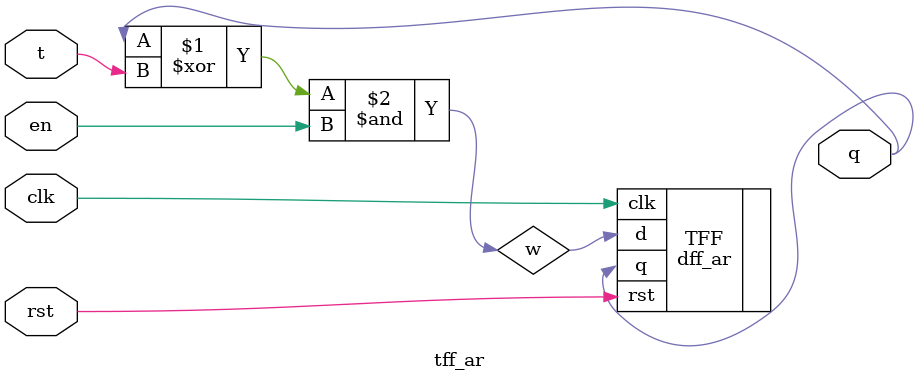
<source format=v>
module tff_ar(
    input t,en,clk,rst,
    output q
);

wire w;
assign w=(q^t) & en;
dff_ar TFF (.d(w), .clk(clk), .rst(rst), .q(q));
endmodule
</source>
